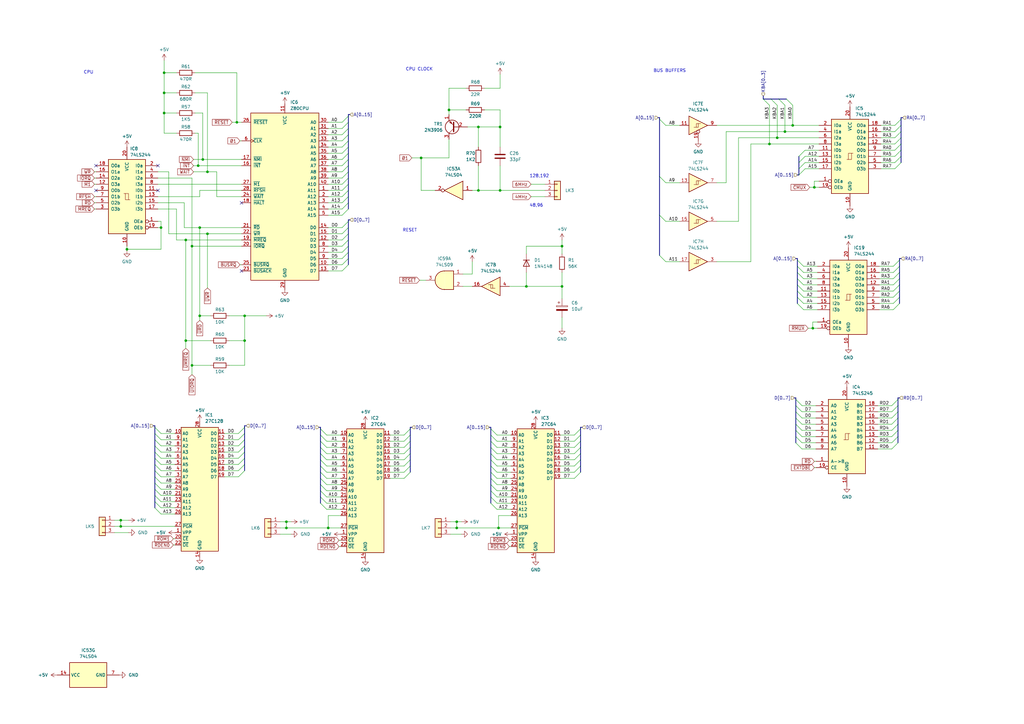
<source format=kicad_sch>
(kicad_sch (version 20230121) (generator eeschema)
  (paper "A3")
  (junction (at 97.155 50.165))
  (junction (at 187.325 216.535))
  (junction (at 230.505 117.475))
  (junction (at 230.505 100.965))
  (junction (at 85.09 70.485))
  (junction (at 184.15 45.085))
  (junction (at 83.185 65.405))
  (junction (at 85.09 95.885))
  (junction (at 187.325 213.995))
  (junction (at 318.77 56.515))
  (junction (at 66.04 93.345))
  (junction (at 78.74 100.965))
  (junction (at 321.945 53.975))
  (junction (at 215.9 117.475))
  (junction (at 100.33 129.54))
  (junction (at 205.105 52.07))
  (junction (at 315.595 59.055))
  (junction (at 172.72 64.77))
  (junction (at 67.31 46.355))
  (junction (at 196.215 52.07))
  (junction (at 333.375 134.62))
  (junction (at 204.47 216.535))
  (junction (at 100.33 139.7))
  (junction (at 81.915 129.54))
  (junction (at 76.2 98.425))
  (junction (at 325.12 51.435))
  (junction (at 78.74 149.86))
  (junction (at 334.01 76.835))
  (junction (at 81.915 93.345))
  (junction (at 52.07 102.235))
  (junction (at 81.28 67.945))
  (junction (at 76.2 139.7))
  (junction (at 49.53 213.36))
  (junction (at 205.105 78.105))
  (junction (at 67.31 29.845))
  (junction (at 117.475 216.535))
  (junction (at 196.215 78.105))
  (junction (at 117.475 213.995))
  (junction (at 67.31 38.1))
  (junction (at 49.53 215.9))
  (junction (at 134.62 216.535))
  (no_connect (at 64.77 67.945))
  (no_connect (at 64.77 78.105))
  (no_connect (at 99.06 111.125))
  (no_connect (at 39.37 67.945))
  (no_connect (at 99.06 83.185))
  (no_connect (at 39.37 78.105))
  (bus_entry (at 328.93 179.07) (size -2.54 -2.54))
  (bus_entry (at 165.735 180.975) (size 2.54 -2.54))
  (bus_entry (at 66.04 187.96) (size -2.54 -2.54))
  (bus_entry (at 66.04 203.2) (size -2.54 -2.54))
  (bus_entry (at 66.04 208.28) (size -2.54 -2.54))
  (bus_entry (at 203.835 208.915) (size -2.54 -2.54))
  (bus_entry (at 328.93 173.99) (size -2.54 -2.54))
  (bus_entry (at 140.335 52.705) (size 2.54 -2.54))
  (bus_entry (at 203.835 198.755) (size -2.54 -2.54))
  (bus_entry (at 133.985 186.055) (size -2.54 -2.54))
  (bus_entry (at 165.735 196.215) (size 2.54 -2.54))
  (bus_entry (at 329.565 119.38) (size -2.54 -2.54))
  (bus_entry (at 165.735 183.515) (size 2.54 -2.54))
  (bus_entry (at 133.985 193.675) (size -2.54 -2.54))
  (bus_entry (at 367.03 69.215) (size 2.54 -2.54))
  (bus_entry (at 329.565 116.84) (size -2.54 -2.54))
  (bus_entry (at 97.79 193.04) (size 2.54 -2.54))
  (bus_entry (at 203.835 196.215) (size -2.54 -2.54))
  (bus_entry (at 140.335 95.885) (size 2.54 -2.54))
  (bus_entry (at 330.2 69.215) (size -2.54 2.54))
  (bus_entry (at 365.76 171.45) (size 2.54 -2.54))
  (bus_entry (at 140.335 62.865) (size 2.54 -2.54))
  (bus_entry (at 329.565 124.46) (size -2.54 -2.54))
  (bus_entry (at 203.835 188.595) (size -2.54 -2.54))
  (bus_entry (at 133.985 206.375) (size -2.54 -2.54))
  (bus_entry (at 316.23 40.64) (size 2.54 2.54))
  (bus_entry (at 273.05 107.315) (size -2.54 -2.54))
  (bus_entry (at 140.335 70.485) (size 2.54 -2.54))
  (bus_entry (at 329.565 109.22) (size -2.54 -2.54))
  (bus_entry (at 203.835 180.975) (size -2.54 -2.54))
  (bus_entry (at 367.03 56.515) (size 2.54 -2.54))
  (bus_entry (at 165.735 191.135) (size 2.54 -2.54))
  (bus_entry (at 367.03 61.595) (size 2.54 -2.54))
  (bus_entry (at 367.03 59.055) (size 2.54 -2.54))
  (bus_entry (at 203.835 183.515) (size -2.54 -2.54))
  (bus_entry (at 66.04 195.58) (size -2.54 -2.54))
  (bus_entry (at 367.03 53.975) (size 2.54 -2.54))
  (bus_entry (at 66.04 190.5) (size -2.54 -2.54))
  (bus_entry (at 313.055 40.64) (size 2.54 2.54))
  (bus_entry (at 140.335 73.025) (size 2.54 -2.54))
  (bus_entry (at 203.835 206.375) (size -2.54 -2.54))
  (bus_entry (at 140.335 103.505) (size 2.54 -2.54))
  (bus_entry (at 66.04 177.8) (size -2.54 -2.54))
  (bus_entry (at 140.335 67.945) (size 2.54 -2.54))
  (bus_entry (at 66.04 193.04) (size -2.54 -2.54))
  (bus_entry (at 133.985 201.295) (size -2.54 -2.54))
  (bus_entry (at 366.395 114.3) (size 2.54 -2.54))
  (bus_entry (at 140.335 106.045) (size 2.54 -2.54))
  (bus_entry (at 365.76 181.61) (size 2.54 -2.54))
  (bus_entry (at 329.565 114.3) (size -2.54 -2.54))
  (bus_entry (at 203.835 178.435) (size -2.54 -2.54))
  (bus_entry (at 328.93 184.15) (size -2.54 -2.54))
  (bus_entry (at 203.835 186.055) (size -2.54 -2.54))
  (bus_entry (at 366.395 121.92) (size 2.54 -2.54))
  (bus_entry (at 322.58 40.64) (size 2.54 2.54))
  (bus_entry (at 140.335 88.265) (size 2.54 -2.54))
  (bus_entry (at 133.985 183.515) (size -2.54 -2.54))
  (bus_entry (at 133.985 180.975) (size -2.54 -2.54))
  (bus_entry (at 66.04 200.66) (size -2.54 -2.54))
  (bus_entry (at 367.03 51.435) (size 2.54 -2.54))
  (bus_entry (at 97.79 187.96) (size 2.54 -2.54))
  (bus_entry (at 140.335 75.565) (size 2.54 -2.54))
  (bus_entry (at 140.335 78.105) (size 2.54 -2.54))
  (bus_entry (at 97.79 195.58) (size 2.54 -2.54))
  (bus_entry (at 97.79 190.5) (size 2.54 -2.54))
  (bus_entry (at 140.335 100.965) (size 2.54 -2.54))
  (bus_entry (at 133.985 188.595) (size -2.54 -2.54))
  (bus_entry (at 366.395 119.38) (size 2.54 -2.54))
  (bus_entry (at 273.05 51.435) (size -2.54 -2.54))
  (bus_entry (at 235.585 186.055) (size 2.54 -2.54))
  (bus_entry (at 140.335 55.245) (size 2.54 -2.54))
  (bus_entry (at 366.395 127) (size 2.54 -2.54))
  (bus_entry (at 66.04 205.74) (size -2.54 -2.54))
  (bus_entry (at 165.735 188.595) (size 2.54 -2.54))
  (bus_entry (at 66.04 182.88) (size -2.54 -2.54))
  (bus_entry (at 330.2 66.675) (size -2.54 2.54))
  (bus_entry (at 328.93 176.53) (size -2.54 -2.54))
  (bus_entry (at 328.93 166.37) (size -2.54 -2.54))
  (bus_entry (at 140.335 83.185) (size 2.54 -2.54))
  (bus_entry (at 97.79 180.34) (size 2.54 -2.54))
  (bus_entry (at 365.76 166.37) (size 2.54 -2.54))
  (bus_entry (at 203.835 191.135) (size -2.54 -2.54))
  (bus_entry (at 235.585 196.215) (size 2.54 -2.54))
  (bus_entry (at 133.985 191.135) (size -2.54 -2.54))
  (bus_entry (at 140.335 108.585) (size 2.54 -2.54))
  (bus_entry (at 235.585 188.595) (size 2.54 -2.54))
  (bus_entry (at 366.395 111.76) (size 2.54 -2.54))
  (bus_entry (at 140.335 60.325) (size 2.54 -2.54))
  (bus_entry (at 366.395 109.22) (size 2.54 -2.54))
  (bus_entry (at 66.04 198.12) (size -2.54 -2.54))
  (bus_entry (at 140.335 85.725) (size 2.54 -2.54))
  (bus_entry (at 365.76 179.07) (size 2.54 -2.54))
  (bus_entry (at 329.565 121.92) (size -2.54 -2.54))
  (bus_entry (at 133.985 198.755) (size -2.54 -2.54))
  (bus_entry (at 273.05 90.805) (size -2.54 -2.54))
  (bus_entry (at 235.585 178.435) (size 2.54 -2.54))
  (bus_entry (at 366.395 116.84) (size 2.54 -2.54))
  (bus_entry (at 365.76 176.53) (size 2.54 -2.54))
  (bus_entry (at 203.835 203.835) (size -2.54 -2.54))
  (bus_entry (at 165.735 186.055) (size 2.54 -2.54))
  (bus_entry (at 140.335 98.425) (size 2.54 -2.54))
  (bus_entry (at 328.93 168.91) (size -2.54 -2.54))
  (bus_entry (at 203.835 201.295) (size -2.54 -2.54))
  (bus_entry (at 97.79 177.8) (size 2.54 -2.54))
  (bus_entry (at 140.335 93.345) (size 2.54 -2.54))
  (bus_entry (at 165.735 178.435) (size 2.54 -2.54))
  (bus_entry (at 235.585 183.515) (size 2.54 -2.54))
  (bus_entry (at 66.04 210.82) (size -2.54 -2.54))
  (bus_entry (at 330.2 64.135) (size -2.54 2.54))
  (bus_entry (at 319.405 40.64) (size 2.54 2.54))
  (bus_entry (at 235.585 193.675) (size 2.54 -2.54))
  (bus_entry (at 133.985 178.435) (size -2.54 -2.54))
  (bus_entry (at 367.03 66.675) (size 2.54 -2.54))
  (bus_entry (at 140.335 57.785) (size 2.54 -2.54))
  (bus_entry (at 365.76 168.91) (size 2.54 -2.54))
  (bus_entry (at 367.03 64.135) (size 2.54 -2.54))
  (bus_entry (at 66.04 185.42) (size -2.54 -2.54))
  (bus_entry (at 235.585 180.975) (size 2.54 -2.54))
  (bus_entry (at 140.335 111.125) (size 2.54 -2.54))
  (bus_entry (at 329.565 127) (size -2.54 -2.54))
  (bus_entry (at 273.05 74.93) (size -2.54 -2.54))
  (bus_entry (at 165.735 193.675) (size 2.54 -2.54))
  (bus_entry (at 203.835 193.675) (size -2.54 -2.54))
  (bus_entry (at 140.335 65.405) (size 2.54 -2.54))
  (bus_entry (at 365.76 173.99) (size 2.54 -2.54))
  (bus_entry (at 140.335 80.645) (size 2.54 -2.54))
  (bus_entry (at 133.985 208.915) (size -2.54 -2.54))
  (bus_entry (at 365.76 184.15) (size 2.54 -2.54))
  (bus_entry (at 366.395 124.46) (size 2.54 -2.54))
  (bus_entry (at 329.565 111.76) (size -2.54 -2.54))
  (bus_entry (at 66.04 180.34) (size -2.54 -2.54))
  (bus_entry (at 133.985 196.215) (size -2.54 -2.54))
  (bus_entry (at 328.93 171.45) (size -2.54 -2.54))
  (bus_entry (at 97.79 182.88) (size 2.54 -2.54))
  (bus_entry (at 330.2 61.595) (size -2.54 2.54))
  (bus_entry (at 140.335 50.165) (size 2.54 -2.54))
  (bus_entry (at 97.79 185.42) (size 2.54 -2.54))
  (bus_entry (at 328.93 181.61) (size -2.54 -2.54))
  (bus_entry (at 133.985 203.835) (size -2.54 -2.54))
  (bus_entry (at 235.585 191.135) (size 2.54 -2.54))
  (bus (pts (xy 131.445 198.755) (xy 131.445 201.295)))
  (wire (pts (xy 160.02 188.595) (xy 165.735 188.595)))
  (wire (pts (xy 335.28 127) (xy 329.565 127)))
  (wire (pts (xy 360.68 124.46) (xy 366.395 124.46)))
  (wire (pts (xy 335.28 109.22) (xy 329.565 109.22)))
  (wire (pts (xy 78.74 100.965) (xy 78.74 149.86)))
  (wire (pts (xy 360.045 171.45) (xy 365.76 171.45)))
  (bus (pts (xy 369.57 61.595) (xy 369.57 64.135)))
  (bus (pts (xy 368.3 168.91) (xy 368.3 171.45)))
  (bus (pts (xy 313.055 39.37) (xy 313.055 40.64)))
  (bus (pts (xy 168.275 175.895) (xy 168.275 178.435)))
  (wire (pts (xy 134.62 100.965) (xy 140.335 100.965)))
  (bus (pts (xy 142.875 90.17) (xy 142.875 90.805)))
  (wire (pts (xy 52.705 213.36) (xy 49.53 213.36)))
  (wire (pts (xy 92.075 177.8) (xy 97.79 177.8)))
  (bus (pts (xy 326.39 176.53) (xy 326.39 179.07)))
  (wire (pts (xy 134.62 73.025) (xy 140.335 73.025)))
  (wire (pts (xy 230.505 117.475) (xy 215.9 117.475)))
  (wire (pts (xy 139.7 211.455) (xy 134.62 211.455)))
  (wire (pts (xy 360.045 168.91) (xy 365.76 168.91)))
  (bus (pts (xy 327.66 69.215) (xy 327.66 66.675)))
  (wire (pts (xy 119.38 219.075) (xy 114.935 219.075)))
  (bus (pts (xy 327.66 71.755) (xy 327.66 69.215)))
  (wire (pts (xy 361.315 69.215) (xy 367.03 69.215)))
  (wire (pts (xy 334.01 191.77) (xy 334.645 191.77)))
  (wire (pts (xy 178.435 78.105) (xy 172.72 78.105)))
  (bus (pts (xy 131.445 191.135) (xy 131.445 193.675)))
  (wire (pts (xy 109.22 129.54) (xy 100.33 129.54)))
  (wire (pts (xy 172.72 78.105) (xy 172.72 64.77)))
  (wire (pts (xy 93.98 139.7) (xy 100.33 139.7)))
  (bus (pts (xy 270.51 88.265) (xy 270.51 104.775)))
  (wire (pts (xy 64.77 93.345) (xy 66.04 93.345)))
  (wire (pts (xy 134.62 88.265) (xy 140.335 88.265)))
  (wire (pts (xy 198.755 45.085) (xy 205.105 45.085)))
  (wire (pts (xy 230.505 100.965) (xy 230.505 104.14)))
  (wire (pts (xy 134.62 111.125) (xy 140.335 111.125)))
  (wire (pts (xy 229.87 188.595) (xy 235.585 188.595)))
  (wire (pts (xy 100.33 139.7) (xy 100.33 129.54)))
  (bus (pts (xy 63.5 205.74) (xy 63.5 208.28)))
  (bus (pts (xy 368.3 171.45) (xy 368.3 173.99)))
  (wire (pts (xy 209.55 183.515) (xy 203.835 183.515)))
  (wire (pts (xy 229.87 196.215) (xy 235.585 196.215)))
  (wire (pts (xy 315.595 59.055) (xy 335.915 59.055)))
  (wire (pts (xy 334.01 189.23) (xy 334.645 189.23)))
  (bus (pts (xy 327.025 116.84) (xy 327.025 119.38)))
  (bus (pts (xy 142.875 100.965) (xy 142.875 103.505)))
  (bus (pts (xy 142.875 103.505) (xy 142.875 106.045)))
  (wire (pts (xy 230.505 122.555) (xy 230.505 117.475)))
  (wire (pts (xy 67.31 29.845) (xy 72.39 29.845)))
  (wire (pts (xy 184.15 45.085) (xy 191.135 45.085)))
  (wire (pts (xy 81.915 80.645) (xy 64.77 80.645)))
  (wire (pts (xy 334.645 176.53) (xy 328.93 176.53)))
  (bus (pts (xy 63.5 203.2) (xy 63.5 205.74)))
  (bus (pts (xy 142.875 65.405) (xy 142.875 67.945)))
  (wire (pts (xy 92.075 187.96) (xy 97.79 187.96)))
  (bus (pts (xy 369.57 53.975) (xy 369.57 56.515)))
  (bus (pts (xy 270.51 48.26) (xy 270.51 48.895)))
  (bus (pts (xy 201.295 183.515) (xy 201.295 186.055)))
  (bus (pts (xy 142.875 70.485) (xy 142.875 73.025)))
  (bus (pts (xy 63.5 193.04) (xy 63.5 195.58)))
  (wire (pts (xy 229.87 180.975) (xy 235.585 180.975)))
  (wire (pts (xy 139.7 180.975) (xy 133.985 180.975)))
  (bus (pts (xy 326.39 168.91) (xy 326.39 171.45)))
  (wire (pts (xy 361.315 61.595) (xy 367.03 61.595)))
  (bus (pts (xy 142.875 67.945) (xy 142.875 70.485)))
  (wire (pts (xy 209.55 193.675) (xy 203.835 193.675)))
  (wire (pts (xy 66.04 102.235) (xy 52.07 102.235)))
  (wire (pts (xy 297.815 74.93) (xy 297.815 53.975)))
  (wire (pts (xy 134.62 106.045) (xy 140.335 106.045)))
  (wire (pts (xy 67.31 46.355) (xy 72.39 46.355)))
  (wire (pts (xy 76.2 139.7) (xy 76.2 142.875)))
  (bus (pts (xy 369.57 48.26) (xy 369.57 48.895)))
  (bus (pts (xy 238.76 175.26) (xy 238.125 175.26)))
  (wire (pts (xy 38.735 70.485) (xy 39.37 70.485)))
  (wire (pts (xy 75.565 93.345) (xy 75.565 83.185)))
  (wire (pts (xy 134.62 70.485) (xy 140.335 70.485)))
  (wire (pts (xy 230.505 134.62) (xy 230.505 130.175)))
  (wire (pts (xy 49.53 213.36) (xy 46.99 213.36)))
  (wire (pts (xy 92.075 180.34) (xy 97.79 180.34)))
  (wire (pts (xy 117.475 213.995) (xy 114.935 213.995)))
  (bus (pts (xy 100.33 174.625) (xy 100.33 175.26)))
  (wire (pts (xy 205.105 52.07) (xy 205.105 60.325)))
  (bus (pts (xy 100.33 190.5) (xy 100.33 193.04)))
  (wire (pts (xy 64.77 73.025) (xy 78.74 73.025)))
  (wire (pts (xy 139.065 221.615) (xy 139.7 221.615)))
  (bus (pts (xy 131.445 188.595) (xy 131.445 191.135)))
  (wire (pts (xy 80.01 29.845) (xy 97.155 29.845)))
  (wire (pts (xy 229.87 183.515) (xy 235.585 183.515)))
  (wire (pts (xy 134.62 98.425) (xy 140.335 98.425)))
  (wire (pts (xy 209.55 208.915) (xy 203.835 208.915)))
  (bus (pts (xy 326.39 166.37) (xy 326.39 168.91)))
  (bus (pts (xy 327.025 71.755) (xy 327.66 71.755)))
  (bus (pts (xy 368.935 106.68) (xy 368.935 109.22)))
  (bus (pts (xy 143.51 46.99) (xy 142.875 46.99)))
  (wire (pts (xy 315.595 43.18) (xy 315.595 59.055)))
  (bus (pts (xy 319.405 40.64) (xy 322.58 40.64)))
  (bus (pts (xy 131.445 193.675) (xy 131.445 196.215)))
  (bus (pts (xy 326.39 179.07) (xy 326.39 181.61)))
  (wire (pts (xy 72.39 98.425) (xy 76.2 98.425)))
  (bus (pts (xy 327.025 119.38) (xy 327.025 121.92)))
  (bus (pts (xy 131.445 196.215) (xy 131.445 198.755)))
  (wire (pts (xy 67.31 46.355) (xy 67.31 38.1)))
  (bus (pts (xy 327.025 109.22) (xy 327.025 111.76)))
  (wire (pts (xy 49.53 215.9) (xy 71.755 215.9)))
  (wire (pts (xy 139.7 178.435) (xy 133.985 178.435)))
  (wire (pts (xy 86.36 149.86) (xy 78.74 149.86)))
  (wire (pts (xy 187.325 213.995) (xy 187.325 216.535)))
  (bus (pts (xy 63.5 174.625) (xy 63.5 175.26)))
  (wire (pts (xy 335.28 114.3) (xy 329.565 114.3)))
  (wire (pts (xy 361.315 51.435) (xy 367.03 51.435)))
  (wire (pts (xy 360.045 166.37) (xy 365.76 166.37)))
  (bus (pts (xy 201.295 191.135) (xy 201.295 193.675)))
  (wire (pts (xy 38.735 85.725) (xy 39.37 85.725)))
  (bus (pts (xy 63.5 177.8) (xy 63.5 180.34)))
  (bus (pts (xy 168.275 180.975) (xy 168.275 183.515)))
  (wire (pts (xy 334.01 74.295) (xy 334.01 76.835)))
  (wire (pts (xy 209.55 186.055) (xy 203.835 186.055)))
  (wire (pts (xy 85.09 38.1) (xy 85.09 70.485)))
  (bus (pts (xy 201.295 201.295) (xy 201.295 203.835)))
  (wire (pts (xy 79.375 70.485) (xy 85.09 70.485)))
  (bus (pts (xy 142.875 46.99) (xy 142.875 47.625)))
  (wire (pts (xy 71.755 190.5) (xy 66.04 190.5)))
  (wire (pts (xy 209.55 178.435) (xy 203.835 178.435)))
  (bus (pts (xy 168.91 175.26) (xy 168.275 175.26)))
  (wire (pts (xy 333.375 132.08) (xy 333.375 134.62)))
  (bus (pts (xy 201.295 180.975) (xy 201.295 183.515)))
  (wire (pts (xy 71.755 195.58) (xy 66.04 195.58)))
  (bus (pts (xy 168.275 191.135) (xy 168.275 193.675)))
  (wire (pts (xy 189.865 112.395) (xy 193.675 112.395)))
  (wire (pts (xy 64.77 85.725) (xy 72.39 85.725)))
  (bus (pts (xy 316.23 40.64) (xy 319.405 40.64)))
  (wire (pts (xy 83.185 65.405) (xy 99.06 65.405)))
  (bus (pts (xy 131.445 203.835) (xy 131.445 206.375)))
  (wire (pts (xy 67.31 38.1) (xy 67.31 29.845)))
  (wire (pts (xy 85.09 95.885) (xy 69.215 95.885)))
  (bus (pts (xy 201.295 196.215) (xy 201.295 198.755)))
  (wire (pts (xy 64.77 75.565) (xy 99.06 75.565)))
  (bus (pts (xy 369.57 106.045) (xy 368.935 106.045)))
  (wire (pts (xy 71.755 177.8) (xy 66.04 177.8)))
  (wire (pts (xy 86.36 139.7) (xy 76.2 139.7)))
  (wire (pts (xy 139.7 208.915) (xy 133.985 208.915)))
  (wire (pts (xy 52.07 102.235) (xy 52.07 100.965)))
  (wire (pts (xy 49.53 213.36) (xy 49.53 215.9)))
  (wire (pts (xy 184.15 64.77) (xy 184.15 57.15)))
  (wire (pts (xy 360.68 114.3) (xy 366.395 114.3)))
  (bus (pts (xy 201.295 193.675) (xy 201.295 196.215)))
  (wire (pts (xy 209.55 198.755) (xy 203.835 198.755)))
  (bus (pts (xy 100.33 177.8) (xy 100.33 180.34)))
  (wire (pts (xy 79.375 67.945) (xy 81.28 67.945)))
  (wire (pts (xy 88.9 70.485) (xy 88.9 80.645)))
  (wire (pts (xy 66.04 90.805) (xy 66.04 93.345)))
  (wire (pts (xy 46.99 215.9) (xy 49.53 215.9)))
  (wire (pts (xy 85.09 70.485) (xy 88.9 70.485)))
  (bus (pts (xy 368.3 179.07) (xy 368.3 181.61)))
  (bus (pts (xy 368.3 163.195) (xy 368.3 163.83)))
  (wire (pts (xy 134.62 75.565) (xy 140.335 75.565)))
  (bus (pts (xy 142.875 73.025) (xy 142.875 75.565)))
  (wire (pts (xy 360.68 127) (xy 366.395 127)))
  (wire (pts (xy 83.185 46.355) (xy 83.185 65.405)))
  (wire (pts (xy 71.12 223.52) (xy 71.755 223.52)))
  (bus (pts (xy 142.875 78.105) (xy 142.875 80.645)))
  (wire (pts (xy 335.28 121.92) (xy 329.565 121.92)))
  (wire (pts (xy 81.28 67.945) (xy 99.06 67.945)))
  (wire (pts (xy 229.87 186.055) (xy 235.585 186.055)))
  (bus (pts (xy 326.39 106.045) (xy 327.025 106.045)))
  (wire (pts (xy 184.15 45.085) (xy 184.15 36.195)))
  (wire (pts (xy 209.55 188.595) (xy 203.835 188.595)))
  (wire (pts (xy 139.7 193.675) (xy 133.985 193.675)))
  (wire (pts (xy 92.075 190.5) (xy 97.79 190.5)))
  (bus (pts (xy 326.39 171.45) (xy 326.39 173.99)))
  (wire (pts (xy 139.7 191.135) (xy 133.985 191.135)))
  (wire (pts (xy 196.215 52.07) (xy 196.215 60.325)))
  (bus (pts (xy 130.81 175.26) (xy 131.445 175.26)))
  (wire (pts (xy 360.045 179.07) (xy 365.76 179.07)))
  (wire (pts (xy 361.315 64.135) (xy 367.03 64.135)))
  (wire (pts (xy 134.62 57.785) (xy 140.335 57.785)))
  (bus (pts (xy 168.275 186.055) (xy 168.275 188.595)))
  (bus (pts (xy 201.295 186.055) (xy 201.295 188.595)))
  (bus (pts (xy 368.935 114.3) (xy 368.935 116.84)))
  (bus (pts (xy 368.3 166.37) (xy 368.3 168.91)))
  (wire (pts (xy 97.155 29.845) (xy 97.155 50.165)))
  (wire (pts (xy 184.785 216.535) (xy 187.325 216.535)))
  (wire (pts (xy 134.62 52.705) (xy 140.335 52.705)))
  (bus (pts (xy 63.5 195.58) (xy 63.5 198.12)))
  (bus (pts (xy 238.125 175.26) (xy 238.125 175.895)))
  (wire (pts (xy 100.33 149.86) (xy 100.33 139.7)))
  (bus (pts (xy 326.39 163.83) (xy 326.39 166.37)))
  (bus (pts (xy 368.935 163.195) (xy 368.3 163.195)))
  (wire (pts (xy 134.62 67.945) (xy 140.335 67.945)))
  (wire (pts (xy 332.105 76.835) (xy 334.01 76.835)))
  (wire (pts (xy 307.975 107.315) (xy 307.975 59.055)))
  (wire (pts (xy 361.315 59.055) (xy 367.03 59.055)))
  (bus (pts (xy 201.295 175.895) (xy 201.295 178.435)))
  (wire (pts (xy 229.87 193.675) (xy 235.585 193.675)))
  (wire (pts (xy 71.755 198.12) (xy 66.04 198.12)))
  (bus (pts (xy 368.935 116.84) (xy 368.935 119.38)))
  (wire (pts (xy 334.645 173.99) (xy 328.93 173.99)))
  (wire (pts (xy 93.98 149.86) (xy 100.33 149.86)))
  (wire (pts (xy 64.77 90.805) (xy 66.04 90.805)))
  (wire (pts (xy 92.075 185.42) (xy 97.79 185.42)))
  (wire (pts (xy 92.075 182.88) (xy 97.79 182.88)))
  (wire (pts (xy 81.915 78.105) (xy 81.915 80.645)))
  (wire (pts (xy 196.215 52.07) (xy 205.105 52.07)))
  (bus (pts (xy 143.51 90.17) (xy 142.875 90.17)))
  (wire (pts (xy 160.02 183.515) (xy 165.735 183.515)))
  (wire (pts (xy 361.315 56.515) (xy 367.03 56.515)))
  (wire (pts (xy 160.02 191.135) (xy 165.735 191.135)))
  (wire (pts (xy 294.005 51.435) (xy 325.12 51.435)))
  (wire (pts (xy 334.645 171.45) (xy 328.93 171.45)))
  (wire (pts (xy 66.04 93.345) (xy 66.04 102.235)))
  (bus (pts (xy 168.275 188.595) (xy 168.275 191.135)))
  (wire (pts (xy 193.675 78.105) (xy 196.215 78.105)))
  (wire (pts (xy 134.62 78.105) (xy 140.335 78.105)))
  (wire (pts (xy 97.155 50.165) (xy 99.06 50.165)))
  (wire (pts (xy 69.215 95.885) (xy 69.215 70.485)))
  (wire (pts (xy 209.55 206.375) (xy 203.835 206.375)))
  (bus (pts (xy 368.935 119.38) (xy 368.935 121.92)))
  (wire (pts (xy 229.87 178.435) (xy 235.585 178.435)))
  (wire (pts (xy 205.105 78.105) (xy 205.105 67.945)))
  (bus (pts (xy 131.445 186.055) (xy 131.445 188.595)))
  (wire (pts (xy 134.62 60.325) (xy 140.335 60.325)))
  (wire (pts (xy 134.62 80.645) (xy 140.335 80.645)))
  (wire (pts (xy 172.72 64.77) (xy 184.15 64.77)))
  (wire (pts (xy 80.01 54.61) (xy 81.28 54.61)))
  (wire (pts (xy 80.01 38.1) (xy 85.09 38.1)))
  (wire (pts (xy 334.645 179.07) (xy 328.93 179.07)))
  (bus (pts (xy 142.875 106.045) (xy 142.875 108.585)))
  (bus (pts (xy 200.66 175.26) (xy 201.295 175.26)))
  (wire (pts (xy 360.045 176.53) (xy 365.76 176.53)))
  (bus (pts (xy 142.875 57.785) (xy 142.875 60.325)))
  (wire (pts (xy 134.62 50.165) (xy 140.335 50.165)))
  (wire (pts (xy 139.7 186.055) (xy 133.985 186.055)))
  (bus (pts (xy 63.5 200.66) (xy 63.5 203.2)))
  (wire (pts (xy 139.7 183.515) (xy 133.985 183.515)))
  (wire (pts (xy 335.915 64.135) (xy 330.2 64.135)))
  (bus (pts (xy 238.125 178.435) (xy 238.125 180.975)))
  (wire (pts (xy 209.55 201.295) (xy 203.835 201.295)))
  (wire (pts (xy 360.68 111.76) (xy 366.395 111.76)))
  (wire (pts (xy 334.01 76.835) (xy 335.915 76.835)))
  (wire (pts (xy 81.915 93.345) (xy 75.565 93.345)))
  (bus (pts (xy 142.875 83.185) (xy 142.875 85.725)))
  (wire (pts (xy 205.105 78.105) (xy 223.52 78.105)))
  (wire (pts (xy 75.565 83.185) (xy 64.77 83.185)))
  (wire (pts (xy 230.505 111.76) (xy 230.505 117.475)))
  (wire (pts (xy 160.02 186.055) (xy 165.735 186.055)))
  (bus (pts (xy 370.205 48.26) (xy 369.57 48.26)))
  (wire (pts (xy 134.62 211.455) (xy 134.62 216.535)))
  (wire (pts (xy 71.755 187.96) (xy 66.04 187.96)))
  (wire (pts (xy 184.15 46.99) (xy 184.15 45.085)))
  (bus (pts (xy 327.66 66.675) (xy 327.66 64.135)))
  (wire (pts (xy 325.12 51.435) (xy 335.915 51.435)))
  (bus (pts (xy 63.5 175.26) (xy 63.5 177.8)))
  (bus (pts (xy 369.57 64.135) (xy 369.57 66.675)))
  (bus (pts (xy 327.025 114.3) (xy 327.025 116.84)))
  (bus (pts (xy 368.935 106.045) (xy 368.935 106.68)))
  (wire (pts (xy 52.705 218.44) (xy 46.99 218.44)))
  (bus (pts (xy 142.875 62.865) (xy 142.875 65.405)))
  (bus (pts (xy 327.025 106.68) (xy 327.025 109.22)))
  (wire (pts (xy 229.87 191.135) (xy 235.585 191.135)))
  (wire (pts (xy 321.945 53.975) (xy 335.915 53.975)))
  (wire (pts (xy 217.805 75.565) (xy 223.52 75.565)))
  (wire (pts (xy 360.68 119.38) (xy 366.395 119.38)))
  (bus (pts (xy 100.33 175.26) (xy 100.33 177.8)))
  (wire (pts (xy 205.105 45.085) (xy 205.105 52.07)))
  (wire (pts (xy 318.77 43.18) (xy 318.77 56.515)))
  (bus (pts (xy 63.5 187.96) (xy 63.5 190.5)))
  (bus (pts (xy 142.875 52.705) (xy 142.875 55.245)))
  (wire (pts (xy 71.755 182.88) (xy 66.04 182.88)))
  (bus (pts (xy 369.57 56.515) (xy 369.57 59.055)))
  (wire (pts (xy 134.62 62.865) (xy 140.335 62.865)))
  (bus (pts (xy 368.3 176.53) (xy 368.3 179.07)))
  (wire (pts (xy 189.865 117.475) (xy 193.675 117.475)))
  (wire (pts (xy 72.39 85.725) (xy 72.39 98.425)))
  (bus (pts (xy 131.445 175.26) (xy 131.445 175.895)))
  (wire (pts (xy 196.215 78.105) (xy 205.105 78.105)))
  (wire (pts (xy 134.62 216.535) (xy 139.7 216.535)))
  (wire (pts (xy 71.755 200.66) (xy 66.04 200.66)))
  (wire (pts (xy 205.105 30.48) (xy 205.105 36.195)))
  (bus (pts (xy 168.275 175.26) (xy 168.275 175.895)))
  (wire (pts (xy 72.39 54.61) (xy 67.31 54.61)))
  (bus (pts (xy 269.875 48.26) (xy 270.51 48.26)))
  (wire (pts (xy 307.975 59.055) (xy 315.595 59.055)))
  (wire (pts (xy 208.915 221.615) (xy 209.55 221.615)))
  (wire (pts (xy 71.755 203.2) (xy 66.04 203.2)))
  (wire (pts (xy 160.02 196.215) (xy 165.735 196.215)))
  (wire (pts (xy 360.68 121.92) (xy 366.395 121.92)))
  (bus (pts (xy 168.275 183.515) (xy 168.275 186.055)))
  (wire (pts (xy 160.02 178.435) (xy 165.735 178.435)))
  (wire (pts (xy 80.01 46.355) (xy 83.185 46.355)))
  (wire (pts (xy 134.62 95.885) (xy 140.335 95.885)))
  (bus (pts (xy 369.57 51.435) (xy 369.57 53.975)))
  (bus (pts (xy 100.33 187.96) (xy 100.33 190.5)))
  (wire (pts (xy 187.325 213.995) (xy 184.785 213.995)))
  (wire (pts (xy 71.755 208.28) (xy 66.04 208.28)))
  (wire (pts (xy 69.215 70.485) (xy 64.77 70.485)))
  (bus (pts (xy 270.51 72.39) (xy 270.51 88.265)))
  (wire (pts (xy 38.735 80.645) (xy 39.37 80.645)))
  (wire (pts (xy 360.045 173.99) (xy 365.76 173.99)))
  (wire (pts (xy 230.505 100.965) (xy 215.9 100.965)))
  (wire (pts (xy 119.38 213.995) (xy 117.475 213.995)))
  (bus (pts (xy 326.39 173.99) (xy 326.39 176.53)))
  (bus (pts (xy 201.295 188.595) (xy 201.295 191.135)))
  (wire (pts (xy 321.945 43.18) (xy 321.945 53.975)))
  (bus (pts (xy 201.295 175.26) (xy 201.295 175.895)))
  (bus (pts (xy 142.875 75.565) (xy 142.875 78.105)))
  (wire (pts (xy 196.215 67.945) (xy 196.215 78.105)))
  (bus (pts (xy 100.965 174.625) (xy 100.33 174.625)))
  (bus (pts (xy 63.5 190.5) (xy 63.5 193.04)))
  (wire (pts (xy 187.325 216.535) (xy 204.47 216.535)))
  (wire (pts (xy 81.28 54.61) (xy 81.28 67.945)))
  (bus (pts (xy 100.33 185.42) (xy 100.33 187.96)))
  (wire (pts (xy 67.31 38.1) (xy 72.39 38.1)))
  (wire (pts (xy 230.505 98.425) (xy 230.505 100.965)))
  (wire (pts (xy 67.31 54.61) (xy 67.31 46.355)))
  (bus (pts (xy 142.875 50.165) (xy 142.875 52.705)))
  (wire (pts (xy 215.9 111.76) (xy 215.9 117.475)))
  (wire (pts (xy 335.915 66.675) (xy 330.2 66.675)))
  (bus (pts (xy 313.055 40.64) (xy 316.23 40.64)))
  (wire (pts (xy 139.7 206.375) (xy 133.985 206.375)))
  (wire (pts (xy 168.91 64.77) (xy 172.72 64.77)))
  (wire (pts (xy 360.045 184.15) (xy 365.76 184.15)))
  (wire (pts (xy 38.735 83.185) (xy 39.37 83.185)))
  (wire (pts (xy 335.28 111.76) (xy 329.565 111.76)))
  (wire (pts (xy 76.2 98.425) (xy 99.06 98.425)))
  (wire (pts (xy 98.425 57.785) (xy 99.06 57.785)))
  (bus (pts (xy 201.295 178.435) (xy 201.295 180.975)))
  (wire (pts (xy 318.77 56.515) (xy 335.915 56.515)))
  (bus (pts (xy 63.5 185.42) (xy 63.5 187.96)))
  (wire (pts (xy 302.895 90.805) (xy 302.895 56.515)))
  (bus (pts (xy 131.445 180.975) (xy 131.445 183.515)))
  (wire (pts (xy 294.005 107.315) (xy 307.975 107.315)))
  (bus (pts (xy 63.5 198.12) (xy 63.5 200.66)))
  (wire (pts (xy 193.675 112.395) (xy 193.675 107.315)))
  (wire (pts (xy 134.62 103.505) (xy 140.335 103.505)))
  (wire (pts (xy 78.74 149.86) (xy 78.74 153.67)))
  (wire (pts (xy 81.915 129.54) (xy 81.915 131.445)))
  (bus (pts (xy 238.125 175.895) (xy 238.125 178.435)))
  (bus (pts (xy 326.39 163.195) (xy 326.39 163.83)))
  (wire (pts (xy 98.425 108.585) (xy 99.06 108.585)))
  (bus (pts (xy 142.875 60.325) (xy 142.875 62.865)))
  (wire (pts (xy 360.045 181.61) (xy 365.76 181.61)))
  (wire (pts (xy 38.735 75.565) (xy 39.37 75.565)))
  (wire (pts (xy 335.28 124.46) (xy 329.565 124.46)))
  (wire (pts (xy 335.28 116.84) (xy 329.565 116.84)))
  (wire (pts (xy 67.31 29.845) (xy 67.31 24.765)))
  (wire (pts (xy 134.62 85.725) (xy 140.335 85.725)))
  (bus (pts (xy 368.935 111.76) (xy 368.935 114.3)))
  (bus (pts (xy 368.935 121.92) (xy 368.935 124.46)))
  (bus (pts (xy 131.445 175.895) (xy 131.445 178.435)))
  (wire (pts (xy 209.55 191.135) (xy 203.835 191.135)))
  (bus (pts (xy 142.875 90.805) (xy 142.875 93.345)))
  (wire (pts (xy 81.915 93.345) (xy 81.915 129.54)))
  (bus (pts (xy 168.275 178.435) (xy 168.275 180.975)))
  (wire (pts (xy 217.805 80.645) (xy 223.52 80.645)))
  (wire (pts (xy 294.005 74.93) (xy 297.815 74.93)))
  (wire (pts (xy 205.105 36.195) (xy 198.755 36.195)))
  (wire (pts (xy 209.55 203.835) (xy 203.835 203.835)))
  (wire (pts (xy 78.74 73.025) (xy 78.74 100.965)))
  (bus (pts (xy 201.295 203.835) (xy 201.295 206.375)))
  (bus (pts (xy 327.025 106.045) (xy 327.025 106.68)))
  (wire (pts (xy 92.075 193.04) (xy 97.79 193.04)))
  (wire (pts (xy 134.62 55.245) (xy 140.335 55.245)))
  (wire (pts (xy 335.915 61.595) (xy 330.2 61.595)))
  (bus (pts (xy 327.025 121.92) (xy 327.025 124.46)))
  (wire (pts (xy 331.47 134.62) (xy 333.375 134.62)))
  (bus (pts (xy 238.125 186.055) (xy 238.125 188.595)))
  (bus (pts (xy 368.3 163.83) (xy 368.3 166.37)))
  (wire (pts (xy 215.9 117.475) (xy 208.915 117.475)))
  (wire (pts (xy 92.075 195.58) (xy 97.79 195.58)))
  (wire (pts (xy 160.02 180.975) (xy 165.735 180.975)))
  (wire (pts (xy 273.05 90.805) (xy 278.765 90.805)))
  (bus (pts (xy 270.51 48.895) (xy 270.51 72.39)))
  (wire (pts (xy 361.315 66.675) (xy 367.03 66.675)))
  (wire (pts (xy 334.645 184.15) (xy 328.93 184.15)))
  (wire (pts (xy 294.005 90.805) (xy 302.895 90.805)))
  (wire (pts (xy 278.765 107.315) (xy 273.05 107.315)))
  (wire (pts (xy 79.375 65.405) (xy 83.185 65.405)))
  (wire (pts (xy 71.755 193.04) (xy 66.04 193.04)))
  (wire (pts (xy 189.23 219.075) (xy 184.785 219.075)))
  (bus (pts (xy 238.125 180.975) (xy 238.125 183.515)))
  (wire (pts (xy 360.68 116.84) (xy 366.395 116.84)))
  (bus (pts (xy 142.875 47.625) (xy 142.875 50.165)))
  (wire (pts (xy 134.62 83.185) (xy 140.335 83.185)))
  (wire (pts (xy 297.815 53.975) (xy 321.945 53.975)))
  (wire (pts (xy 184.15 36.195) (xy 191.135 36.195)))
  (wire (pts (xy 209.55 180.975) (xy 203.835 180.975)))
  (bus (pts (xy 325.755 163.195) (xy 326.39 163.195)))
  (wire (pts (xy 71.755 205.74) (xy 66.04 205.74)))
  (bus (pts (xy 142.875 93.345) (xy 142.875 95.885)))
  (bus (pts (xy 368.935 109.22) (xy 368.935 111.76)))
  (wire (pts (xy 38.735 73.025) (xy 39.37 73.025)))
  (wire (pts (xy 172.085 114.935) (xy 174.625 114.935)))
  (wire (pts (xy 117.475 213.995) (xy 117.475 216.535)))
  (wire (pts (xy 139.7 188.595) (xy 133.985 188.595)))
  (bus (pts (xy 131.445 183.515) (xy 131.445 186.055)))
  (wire (pts (xy 71.755 210.82) (xy 66.04 210.82)))
  (wire (pts (xy 278.765 74.93) (xy 273.05 74.93)))
  (wire (pts (xy 361.315 53.975) (xy 367.03 53.975)))
  (bus (pts (xy 63.5 180.34) (xy 63.5 182.88)))
  (wire (pts (xy 139.065 224.155) (xy 139.7 224.155)))
  (wire (pts (xy 204.47 211.455) (xy 204.47 216.535)))
  (wire (pts (xy 78.74 100.965) (xy 99.06 100.965)))
  (wire (pts (xy 360.68 109.22) (xy 366.395 109.22)))
  (wire (pts (xy 139.7 203.835) (xy 133.985 203.835)))
  (wire (pts (xy 71.755 185.42) (xy 66.04 185.42)))
  (wire (pts (xy 189.23 213.995) (xy 187.325 213.995)))
  (wire (pts (xy 71.12 220.98) (xy 71.755 220.98)))
  (wire (pts (xy 333.375 134.62) (xy 335.28 134.62)))
  (bus (pts (xy 142.875 80.645) (xy 142.875 83.185)))
  (bus (pts (xy 369.57 48.895) (xy 369.57 51.435)))
  (wire (pts (xy 278.765 51.435) (xy 273.05 51.435)))
  (wire (pts (xy 114.935 216.535) (xy 117.475 216.535)))
  (wire (pts (xy 208.915 224.155) (xy 209.55 224.155)))
  (wire (pts (xy 52.07 102.87) (xy 52.07 102.235)))
  (bus (pts (xy 100.33 180.34) (xy 100.33 182.88)))
  (wire (pts (xy 139.7 198.755) (xy 133.985 198.755)))
  (bus (pts (xy 327.025 111.76) (xy 327.025 114.3)))
  (wire (pts (xy 134.62 65.405) (xy 140.335 65.405)))
  (wire (pts (xy 191.77 52.07) (xy 196.215 52.07)))
  (bus (pts (xy 63.5 182.88) (xy 63.5 185.42)))
  (bus (pts (xy 62.865 174.625) (xy 63.5 174.625)))
  (wire (pts (xy 209.55 211.455) (xy 204.47 211.455)))
  (wire (pts (xy 204.47 216.535) (xy 209.55 216.535)))
  (wire (pts (xy 99.06 80.645) (xy 88.9 80.645)))
  (wire (pts (xy 335.915 69.215) (xy 330.2 69.215)))
  (wire (pts (xy 335.28 132.08) (xy 333.375 132.08)))
  (wire (pts (xy 99.06 93.345) (xy 81.915 93.345)))
  (wire (pts (xy 335.28 119.38) (xy 329.565 119.38)))
  (wire (pts (xy 325.12 43.18) (xy 325.12 51.435)))
  (bus (pts (xy 238.125 191.135) (xy 238.125 193.675)))
  (wire (pts (xy 134.62 108.585) (xy 140.335 108.585)))
  (wire (pts (xy 139.7 196.215) (xy 133.985 196.215)))
  (wire (pts (xy 100.33 129.54) (xy 93.98 129.54)))
  (wire (pts (xy 334.645 168.91) (xy 328.93 168.91)))
  (bus (pts (xy 142.875 98.425) (xy 142.875 100.965)))
  (bus (pts (xy 131.445 178.435) (xy 131.445 180.975)))
  (wire (pts (xy 99.06 95.885) (xy 85.09 95.885)))
  (wire (pts (xy 209.55 196.215) (xy 203.835 196.215)))
  (wire (pts (xy 134.62 93.345) (xy 140.335 93.345)))
  (wire (pts (xy 81.915 129.54) (xy 86.36 129.54)))
  (bus (pts (xy 368.3 173.99) (xy 368.3 176.53)))
  (wire (pts (xy 71.755 180.34) (xy 66.04 180.34)))
  (wire (pts (xy 76.2 98.425) (xy 76.2 139.7)))
  (wire (pts (xy 99.06 78.105) (xy 81.915 78.105)))
  (bus (pts (xy 142.875 55.245) (xy 142.875 57.785)))
  (bus (pts (xy 238.125 183.515) (xy 238.125 186.055)))
  (wire (pts (xy 117.475 216.535) (xy 134.62 216.535)))
  (wire (pts (xy 335.915 74.295) (xy 334.01 74.295)))
  (wire (pts (xy 160.02 193.675) (xy 165.735 193.675)))
  (wire (pts (xy 334.645 181.61) (xy 328.93 181.61)))
  (wire (pts (xy 215.9 100.965) (xy 215.9 104.14)))
  (wire (pts (xy 302.895 56.515) (xy 318.77 56.515)))
  (bus (pts (xy 100.33 182.88) (xy 100.33 185.42)))
  (wire (pts (xy 85.09 95.885) (xy 85.09 118.11)))
  (bus (pts (xy 238.125 188.595) (xy 238.125 191.135)))
  (wire (pts (xy 334.645 166.37) (xy 328.93 166.37)))
  (bus (pts (xy 142.875 95.885) (xy 142.875 98.425)))
  (bus (pts (xy 369.57 59.055) (xy 369.57 61.595)))
  (wire (pts (xy 139.7 201.295) (xy 133.985 201.295)))
  (bus (pts (xy 201.295 198.755) (xy 201.295 201.295)))
  (bus (pts (xy 131.445 201.295) (xy 131.445 203.835)))
  (wire (pts (xy 95.25 50.165) (xy 97.155 50.165)))
  (text "128,192" (at 217.17 73.025 0) (effects (font (size 1.27 1.27)) (justify left bottom)))
  (text "RESET" (at 165.1 95.25 0) (effects (font (size 1.27 1.27)) (justify left bottom)))
  (text "CPU" (at 34.29 30.48 0) (effects (font (size 1.27 1.27)) (justify left bottom)))
  (text "BUS BUFFERS" (at 267.97 29.845 0) (effects (font (size 1.27 1.27)) (justify left bottom)))
  (text "48,96" (at 217.17 85.09 0) (effects (font (size 1.27 1.27)) (justify left bottom)))
  (text "CPU CLOCK" (at 166.37 29.21 0) (effects (font (size 1.27 1.27)) (justify left bottom)))
  (label "D7" (at 161.29 196.215 0))
  (label "A7" (at 208.28 196.215 180))
  (label "D7" (at 135.89 111.125 0))
  (label "D5" (at 93.345 190.5 0))
  (label "A2" (at 135.89 55.245 0))
  (label "A5" (at 138.43 191.135 180))
  (label "RD0" (at 360.68 171.45 0))
  (label "RA6" (at 361.95 66.675 0))
  (label "A0" (at 208.28 178.435 180))
  (label "RA0" (at 361.95 61.595 0))
  (label "RA4" (at 361.95 59.055 0))
  (label "D6" (at 93.345 193.04 0))
  (label "A2" (at 138.43 183.515 180))
  (label "A14" (at 331.47 66.675 0))
  (label "A7" (at 138.43 196.215 180))
  (label "D3" (at 135.89 100.965 0))
  (label "D7" (at 231.14 196.215 0))
  (label "A10" (at 138.43 203.835 180))
  (label "A7" (at 331.47 61.595 0))
  (label "RA6" (at 361.315 127 0))
  (label "D3" (at 332.74 179.07 180))
  (label "RD6" (at 360.68 184.15 0))
  (label "A13" (at 70.485 210.82 180))
  (label "RD1" (at 360.68 173.99 0))
  (label "A13" (at 330.835 109.22 0))
  (label "A15" (at 331.47 69.215 0))
  (label "A10" (at 135.89 75.565 0))
  (label "D6" (at 231.14 193.675 0))
  (label "A3" (at 138.43 186.055 180))
  (label "D1" (at 135.89 95.885 0))
  (label "A9" (at 274.32 74.93 0))
  (label "D6" (at 135.89 108.585 0))
  (label "RD3" (at 360.68 179.07 0))
  (label "RD2" (at 360.68 166.37 0))
  (label "D3" (at 93.345 185.42 0))
  (label "RD7" (at 360.68 168.91 0))
  (label "A12" (at 135.89 80.645 0))
  (label "A11" (at 70.485 205.74 180))
  (label "A4" (at 135.89 60.325 0))
  (label "A5" (at 70.485 190.5 180))
  (label "D1" (at 161.29 180.975 0))
  (label "A3" (at 70.485 185.42 180))
  (label "A11" (at 208.28 206.375 180))
  (label "D4" (at 135.89 103.505 0))
  (label "A10" (at 274.32 90.805 0))
  (label "D1" (at 332.74 173.99 180))
  (label "KBA3" (at 315.595 48.895 90))
  (label "A11" (at 138.43 206.375 180))
  (label "A11" (at 274.32 107.315 0))
  (label "A8" (at 208.28 198.755 180))
  (label "D4" (at 93.345 187.96 0))
  (label "D3" (at 231.14 186.055 0))
  (label "A2" (at 330.835 121.92 0))
  (label "D7" (at 332.74 168.91 180))
  (label "A9" (at 135.89 73.025 0))
  (label "D7" (at 93.345 195.58 0))
  (label "RA1" (at 361.315 116.84 0))
  (label "A10" (at 208.28 203.835 180))
  (label "A2" (at 208.28 183.515 180))
  (label "D2" (at 332.74 166.37 180))
  (label "RA4" (at 361.315 124.46 0))
  (label "A6" (at 138.43 193.675 180))
  (label "A1" (at 138.43 180.975 180))
  (label "A4" (at 138.43 188.595 180))
  (label "A9" (at 70.485 200.66 180))
  (label "A1" (at 70.485 180.34 180))
  (label "KBA2" (at 318.77 48.895 90))
  (label "A12" (at 331.47 64.135 0))
  (label "A12" (at 70.485 208.28 180))
  (label "D2" (at 135.89 98.425 0))
  (label "RA3" (at 361.95 56.515 0))
  (label "D0" (at 135.89 93.345 0))
  (label "A3" (at 135.89 57.785 0))
  (label "A7" (at 70.485 195.58 180))
  (label "RA7" (at 361.95 69.215 0))
  (label "RA0" (at 361.315 119.38 0))
  (label "A12" (at 138.43 208.915 180))
  (label "D0" (at 332.74 171.45 180))
  (label "D5" (at 161.29 191.135 0))
  (label "D0" (at 161.29 178.435 0))
  (label "A5" (at 330.835 111.76 0))
  (label "A1" (at 135.89 52.705 0))
  (label "D5" (at 231.14 191.135 0))
  (label "RD4" (at 360.68 176.53 0))
  (label "A14" (at 135.89 85.725 0))
  (label "D5" (at 135.89 106.045 0))
  (label "D4" (at 332.74 176.53 180))
  (label "A15" (at 135.89 88.265 0))
  (label "KBA1" (at 321.945 48.895 90))
  (label "A0" (at 330.835 119.38 0))
  (label "A1" (at 330.835 116.84 0))
  (label "RA3" (at 361.315 114.3 0))
  (label "A6" (at 135.89 65.405 0))
  (label "A0" (at 138.43 178.435 180))
  (label "RA2" (at 361.95 53.975 0))
  (label "A13" (at 135.89 83.185 0))
  (label "A9" (at 208.28 201.295 180))
  (label "A9" (at 138.43 201.295 180))
  (label "RA5" (at 361.95 64.135 0))
  (label "A0" (at 135.89 50.165 0))
  (label "A8" (at 274.32 51.435 0))
  (label "A11" (at 135.89 78.105 0))
  (label "RA2" (at 361.315 121.92 0))
  (label "D3" (at 161.29 186.055 0))
  (label "D2" (at 231.14 183.515 0))
  (label "A3" (at 208.28 186.055 180))
  (label "A1" (at 208.28 180.975 180))
  (label "D4" (at 161.29 188.595 0))
  (label "A7" (at 135.89 67.945 0))
  (label "A8" (at 70.485 198.12 180))
  (label "A5" (at 135.89 62.865 0))
  (label "RD5" (at 360.68 181.61 0))
  (label "D2" (at 93.345 182.88 0))
  (label "D2" (at 161.29 183.515 0))
  (label "A4" (at 208.28 188.595 180))
  (label "RA1" (at 361.95 51.435 0))
  (label "D1" (at 231.14 180.975 0))
  (label "A3" (at 330.835 114.3 0))
  (label "A8" (at 138.43 198.755 180))
  (label "D6" (at 332.74 184.15 180))
  (label "D1" (at 93.345 180.34 0))
  (label "RA5" (at 361.315 111.76 0))
  (label "D6" (at 161.29 193.675 0))
  (label "A6" (at 208.28 193.675 180))
  (label "D0" (at 93.345 177.8 0))
  (label "A12" (at 208.28 208.915 180))
  (label "A10" (at 70.485 203.2 180))
  (label "A6" (at 70.485 193.04 180))
  (label "RA7" (at 361.315 109.22 0))
  (label "D5" (at 332.74 181.61 180))
  (label "A4" (at 330.835 124.46 0))
  (label "A4" (at 70.485 187.96 180))
  (label "D0" (at 231.14 178.435 0))
  (label "A8" (at 135.89 70.485 0))
  (label "A2" (at 70.485 182.88 180))
  (label "A5" (at 208.28 191.135 180))
  (label "A6" (at 330.835 127 0))
  (label "D4" (at 231.14 188.595 0))
  (label "A0" (at 70.485 177.8 180))
  (label "KBA0" (at 325.12 48.895 90))
  (global_label "~{RDEN0}" (shape input) (at 208.915 224.155 180) (property "Intersheetrefs" "${INTERSHEET_REFS}" (effects hide)))
  (global_label "Ø1" (shape input) (at 98.425 57.785 180) (property "Intersheetrefs" "${INTERSHEET_REFS}" (effects hide)))
  (global_label "~{BUSRQ}" (shape input) (at 98.425 108.585 180) (property "Intersheetrefs" "${INTERSHEET_REFS}" (effects hide)))
  (global_label "~{RDEN0}" (shape input) (at 71.12 223.52 180) (property "Intersheetrefs" "${INTERSHEET_REFS}" (effects hide)))
  (global_label "~{UIORQ}" (shape input) (at 78.74 153.67 270) (property "Intersheetrefs" "${INTERSHEET_REFS}" (effects hide)))
  (global_label "~{NMI}" (shape input) (at 79.375 65.405 180) (property "Intersheetrefs" "${INTERSHEET_REFS}" (effects hide)))
  (global_label "~{RDEN0}" (shape input) (at 139.065 224.155 180) (property "Intersheetrefs" "${INTERSHEET_REFS}" (effects hide)))
  (global_label "~{RD}" (shape input) (at 38.735 83.185 180) (property "Intersheetrefs" "${INTERSHEET_REFS}" (effects hide)))
  (global_label "~{URD}" (shape input) (at 81.915 131.445 270) (property "Intersheetrefs" "${INTERSHEET_REFS}" (effects hide)))
  (global_label "6MHz" (shape input) (at 217.805 75.565 180) (property "Intersheetrefs" "${INTERSHEET_REFS}" (effects hide)))
  (global_label "4MHz" (shape input) (at 217.805 80.645 180) (property "Intersheetrefs" "${INTERSHEET_REFS}" (effects hide)))
  (global_label "~{ROM2}" (shape input) (at 139.065 221.615 180) (property "Intersheetrefs" "${INTERSHEET_REFS}" (effects hide)))
  (global_label "~{RESET}" (shape input) (at 95.25 50.165 180) (property "Intersheetrefs" "${INTERSHEET_REFS}" (effects hide)))
  (global_label "~{RFSH}" (shape input) (at 38.735 80.645 180) (property "Intersheetrefs" "${INTERSHEET_REFS}" (effects hide)))
  (global_label "~{RESET}" (shape input) (at 172.085 114.935 180) (property "Intersheetrefs" "${INTERSHEET_REFS}" (effects hide)))
  (global_label "~{ROM1}" (shape input) (at 71.12 220.98 180) (property "Intersheetrefs" "${INTERSHEET_REFS}" (effects hide)))
  (global_label "~{UMREQ}" (shape input) (at 76.2 142.875 270) (property "Intersheetrefs" "${INTERSHEET_REFS}" (effects hide)))
  (global_label "~{WR}" (shape input) (at 38.735 70.485 180) (property "Intersheetrefs" "${INTERSHEET_REFS}" (effects hide)))
  (global_label "Ø1" (shape input) (at 168.91 64.77 180) (property "Intersheetrefs" "${INTERSHEET_REFS}" (effects hide)))
  (global_label "~{WAIT}" (shape input) (at 79.375 70.485 180) (property "Intersheetrefs" "${INTERSHEET_REFS}" (effects hide)))
  (global_label "~{RD}" (shape input) (at 334.01 189.23 180) (property "Intersheetrefs" "${INTERSHEET_REFS}" (effects hide)))
  (global_label "~{M1}" (shape input) (at 38.735 75.565 180) (property "Intersheetrefs" "${INTERSHEET_REFS}" (effects hide)))
  (global_label "~{MREQ}" (shape input) (at 38.735 85.725 180) (property "Intersheetrefs" "${INTERSHEET_REFS}" (effects hide)))
  (global_label "~{IORQ}" (shape input) (at 38.735 73.025 180) (property "Intersheetrefs" "${INTERSHEET_REFS}" (effects hide)))
  (global_label "~{INT}" (shape input) (at 79.375 67.945 180) (property "Intersheetrefs" "${INTERSHEET_REFS}" (effects hide)))
  (global_label "~{CMUX}" (shape input) (at 332.105 76.835 180) (property "Intersheetrefs" "${INTERSHEET_REFS}" (effects hide)))
  (global_label "~{ROM3}" (shape input) (at 208.915 221.615 180) (property "Intersheetrefs" "${INTERSHEET_REFS}" (effects hide)))
  (global_label "~{EXTDBE}" (shape input) (at 334.01 191.77 180) (property "Intersheetrefs" "${INTERSHEET_REFS}" (effects hide)))
  (global_label "~{UWR}" (shape input) (at 85.09 118.11 270) (property "Intersheetrefs" "${INTERSHEET_REFS}" (effects hide)))
  (global_label "~{RMUX}" (shape input) (at 331.47 134.62 180) (property "Intersheetrefs" "${INTERSHEET_REFS}" (effects hide)))
  (hierarchical_label "A[0..15]" (shape input) (at 326.39 106.045 180))
  (hierarchical_label "A[0..15]" (shape input) (at 62.865 174.625 180))
  (hierarchical_label "KBA[0..3]" (shape input) (at 313.055 39.37 90))
  (hierarchical_label "D[0..7]" (shape input) (at 238.76 175.26 0))
  (hierarchical_label "A[0..15]" (shape input) (at 327.025 71.755 180))
  (hierarchical_label "D[0..7]" (shape input) (at 143.51 90.17 0))
  (hierarchical_label "D[0..7]" (shape input) (at 100.965 174.625 0))
  (hierarchical_label "A[0..15]" (shape input) (at 269.875 48.26 180))
  (hierarchical_label "RA[0..7]" (shape input) (at 369.57 106.045 0))
  (hierarchical_label "RD[0..7]" (shape input) (at 368.935 163.195 0))
  (hierarchical_label "A[0..15]" (shape input) (at 130.81 175.26 180))
  (hierarchical_label "D[0..7]" (shape input) (at 325.755 163.195 180))
  (hierarchical_label "A[0..15]" (shape input) (at 200.66 175.26 180))
  (hierarchical_label "RA[0..7]" (shape input) (at 370.205 48.26 0))
  (hierarchical_label "A[0..15]" (shape input) (at 143.51 46.99 0))
  (hierarchical_label "D[0..7]" (shape input) (at 168.91 175.26 0))
  (symbol (lib_id "power:+5V") (at 52.07 60.325 0) (unit 1)
    (property "Reference" "#PWR03" (effects hide))
    (property "Value" "+5V" (at 52.07 55.88 0))
  )
  (symbol (lib_id "power:+5V") (at 347.345 158.75 0) (unit 1)
    (property "Reference" "#PWR022" (effects hide))
    (property "Value" "+5V" (at 347.345 154.305 0))
  )
  (symbol (lib_id "Device:R") (at 90.17 149.86 90) (unit 1)
    (property "Reference" "R59" (at 90.17 147.32 90))
    (property "Value" "10K" (at 90.17 152.4 90))
    (property "Footprint" "LYNX:Resistor 10.16mm" (effects hide))
  )
  (symbol (lib_id "Memory_EPROM:27C128") (at 81.915 200.66 0) (unit 1)
    (property "Reference" "IC1" (at 84.1091 170.18 0) (effects (justify left)))
    (property "Value" "27C128" (at 84.1091 172.72 0) (effects (justify left)))
    (property "Footprint" "LYNX:DIP-28_W15.24mm" (effects hide))
    (property "Datasheet" "http://ww1.microchip.com/downloads/en/devicedoc/11003L.pdf" (effects hide))
  )
  (symbol (lib_id "74xx:74LS244_Split") (at 286.385 90.805 0) (unit 7)
    (property "Reference" "IC7" (at 286.385 82.55 0))
    (property "Value" "74LS244" (at 286.385 85.09 0))
    (property "Footprint" "LYNX:DIP-20_W7.62mm" (effects hide))
    (property "Datasheet" "http://www.ti.com/lit/ds/symlink/sn74ls241.pdf" (effects hide))
  )
  (symbol (lib_id "power:+5V") (at 209.55 219.075 90) (unit 1)
    (property "Reference" "#PWR030" (effects hide))
    (property "Value" "+5V" (at 205.74 219.075 90) (effects (justify left)))
  )
  (symbol (lib_id "74xx:74LS244_Split") (at 286.385 74.93 0) (unit 6)
    (property "Reference" "IC7" (at 286.385 66.675 0))
    (property "Value" "74LS244" (at 286.385 69.215 0))
    (property "Footprint" "LYNX:DIP-20_W7.62mm" (effects hide))
    (property "Datasheet" "http://www.ti.com/lit/ds/symlink/sn74ls241.pdf" (effects hide))
  )
  (symbol (lib_id "power:+5V") (at 116.84 42.545 0) (unit 1)
    (property "Reference" "#PWR01" (effects hide))
    (property "Value" "+5V" (at 116.84 38.1 0))
  )
  (symbol (lib_id "Device:R") (at 76.2 46.355 90) (unit 1)
    (property "Reference" "R57" (at 76.2 43.815 90))
    (property "Value" "1K5" (at 76.2 48.895 90))
    (property "Footprint" "LYNX:Resistor 10.16mm" (effects hide))
  )
  (symbol (lib_id "Device:R") (at 196.215 64.135 180) (unit 1)
    (property "Reference" "R70" (at 193.04 62.865 0))
    (property "Value" "1K2" (at 193.04 65.405 0))
    (property "Footprint" "LYNX:Resistor 10.16mm" (effects hide))
  )
  (symbol (lib_id "Device:C_Polarized") (at 230.505 126.365 0) (unit 1)
    (property "Reference" "C6" (at 234.315 124.206 0) (effects (justify left)))
    (property "Value" "10uF" (at 234.315 126.746 0) (effects (justify left)))
    (property "Footprint" "LYNX:Elec_5.08mm - No Box" (effects hide))
  )
  (symbol (lib_id "Connector_Generic:Conn_01x03") (at 228.6 78.105 0) (unit 1)
    (property "Reference" "LK3" (at 231.775 78.105 0) (effects (justify left)))
    (property "Value" "-" (effects hide))
    (property "Footprint" "LYNX:LK 3-Pin 2.54mm - No Box" (effects hide))
  )
  (symbol (lib_id "74xx:74LS244") (at 52.07 80.645 0) (mirror y) (unit 1)
    (property "Reference" "IC8" (at 53.34 60.96 0) (effects (justify right)))
    (property "Value" "74LS244" (at 53.34 63.5 0) (effects (justify right)))
    (property "Footprint" "LYNX:DIP-20_W7.62mm" (effects hide))
    (property "Datasheet" "http://www.ti.com/lit/ds/symlink/sn74ls244.pdf" (effects hide))
  )
  (symbol (lib_id "power:GND") (at 348.615 84.455 0) (unit 1)
    (property "Reference" "#PWR018" (effects hide))
    (property "Value" "GND" (at 348.615 88.9 0))
  )
  (symbol (lib_id "74xx:74LS04") (at 186.055 78.105 0) (mirror y) (unit 1)
    (property "Reference" "IC53" (at 186.055 69.215 0))
    (property "Value" "74LS04" (at 186.055 71.755 0))
    (property "Footprint" "LYNX:DIP-14_W7.62mm" (effects hide))
    (property "Datasheet" "http://www.ti.com/lit/gpn/sn74LS04" (effects hide))
  )
  (symbol (lib_id "power:GND") (at 149.86 229.235 0) (unit 1)
    (property "Reference" "#PWR029" (effects hide))
    (property "Value" "GND" (at 149.86 233.68 0))
  )
  (symbol (lib_id "power:+5V") (at 149.86 173.355 0) (unit 1)
    (property "Reference" "#PWR028" (effects hide))
    (property "Value" "+5V" (at 149.86 168.91 0))
  )
  (symbol (lib_id "power:+5V") (at 81.915 172.72 0) (unit 1)
    (property "Reference" "#PWR024" (effects hide))
    (property "Value" "+5V" (at 81.915 168.275 0))
  )
  (symbol (lib_id "Memory_EPROM:27C128") (at 149.86 201.295 0) (unit 1)
    (property "Reference" "IC2" (at 152.0541 171.45 0) (effects (justify left)))
    (property "Value" "27C64" (at 152.0541 173.99 0) (effects (justify left)))
    (property "Footprint" "LYNX:DIP-28_W15.24mm" (effects hide))
    (property "Datasheet" "http://ww1.microchip.com/downloads/en/devicedoc/11003L.pdf" (effects hide))
  )
  (symbol (lib_id "Device:C") (at 205.105 64.135 0) (unit 1)
    (property "Reference" "C26" (at 208.915 62.865 0) (effects (justify left)))
    (property "Value" "33pF" (at 208.915 65.405 0) (effects (justify left)))
    (property "Footprint" "LYNX:C_Disc_5.08mm - Large Box" (effects hide))
  )
  (symbol (lib_id "power:+5V") (at 52.705 213.36 270) (unit 1)
    (property "Reference" "#PWR033" (effects hide))
    (property "Value" "+5V" (at 55.88 213.36 90) (effects (justify left)))
  )
  (symbol (lib_id "Connector_Generic:Conn_01x03") (at 41.91 215.9 0) (mirror y) (unit 1)
    (property "Reference" "LK5" (at 38.735 215.9 0) (effects (justify left)))
    (property "Value" "-" (effects hide))
    (property "Footprint" "LYNX:LK 3-Pin 2.54mm - No Box" (effects hide))
  )
  (symbol (lib_id "Device:R") (at 90.17 129.54 90) (unit 1)
    (property "Reference" "R63" (at 90.17 127 90))
    (property "Value" "10K" (at 90.17 132.08 90))
    (property "Footprint" "LYNX:Resistor 10.16mm" (effects hide))
  )
  (symbol (lib_id "power:+5V") (at 219.71 173.355 0) (unit 1)
    (property "Reference" "#PWR031" (effects hide))
    (property "Value" "+5V" (at 219.71 168.91 0))
  )
  (symbol (lib_id "power:+5V") (at 139.7 219.075 90) (unit 1)
    (property "Reference" "#PWR027" (effects hide))
    (property "Value" "+5V" (at 135.89 219.075 90) (effects (justify left)))
  )
  (symbol (lib_id "Connector_Generic:Conn_01x03") (at 109.855 216.535 0) (mirror y) (unit 1)
    (property "Reference" "LK6" (at 106.68 216.535 0) (effects (justify left)))
    (property "Value" "-" (effects hide))
    (property "Footprint" "LYNX:LK 3-Pin 2.54mm - No Box" (effects hide))
  )
  (symbol (lib_id "Device:D") (at 215.9 107.95 270) (unit 1)
    (property "Reference" "D1" (at 219.075 106.68 90) (effects (justify left)))
    (property "Value" "1N4148" (at 219.075 109.22 90) (effects (justify left)))
    (property "Footprint" "LYNX:Diode 7.62mm" (effects hide))
    (property "Sim.Device" "D" (effects hide))
    (property "Sim.Pins" "1=K 2=A" (effects hide))
  )
  (symbol (lib_id "74xx:74LS04") (at 36.195 276.86 90) (mirror x) (unit 7)
    (property "Reference" "IC53" (at 36.195 266.7 90))
    (property "Value" "74LS04" (at 36.195 269.24 90))
    (property "Footprint" "LYNX:DIP-14_W7.62mm" (effects hide))
    (property "Datasheet" "http://www.ti.com/lit/gpn/sn74LS04" (effects hide))
  )
  (symbol (lib_id "power:+5V") (at 347.98 101.6 0) (unit 1)
    (property "Reference" "#PWR020" (effects hide))
    (property "Value" "+5V" (at 347.98 97.155 0))
  )
  (symbol (lib_id "74xx:74LS244_Split") (at 286.385 51.435 0) (unit 5)
    (property "Reference" "IC7" (at 286.385 42.545 0))
    (property "Value" "74LS244" (at 286.385 45.085 0))
    (property "Footprint" "LYNX:DIP-20_W7.62mm" (effects hide))
    (property "Datasheet" "http://www.ti.com/lit/ds/symlink/sn74ls241.pdf" (effects hide))
  )
  (symbol (lib_id "power:+5V") (at 230.505 98.425 0) (unit 1)
    (property "Reference" "#PWR012" (effects hide))
    (property "Value" "+5V" (at 230.505 93.98 0))
  )
  (symbol (lib_id "Device:R") (at 76.2 54.61 90) (unit 1)
    (property "Reference" "R58" (at 76.2 52.07 90))
    (property "Value" "470R" (at 76.2 57.15 90))
    (property "Footprint" "LYNX:Resistor 10.16mm" (effects hide))
  )
  (symbol (lib_id "74xx:74LS245") (at 347.345 179.07 0) (unit 1)
    (property "Reference" "IC4" (at 349.5391 158.75 0) (effects (justify left)))
    (property "Value" "74LS245" (at 349.5391 161.29 0) (effects (justify left)))
    (property "Footprint" "LYNX:DIP-20_W7.62mm" (effects hide))
    (property "Datasheet" "http://www.ti.com/lit/gpn/sn74LS245" (effects hide))
  )
  (symbol (lib_id "74xx:74LS244_Split") (at 201.295 117.475 0) (mirror y) (unit 2)
    (property "Reference" "IC7" (at 201.295 108.585 0))
    (property "Value" "74LS244" (at 201.295 111.125 0))
    (property "Footprint" "LYNX:DIP-20_W7.62mm" (effects hide))
    (property "Datasheet" "http://www.ti.com/lit/ds/symlink/sn74ls241.pdf" (effects hide))
  )
  (symbol (lib_id "power:+5V") (at 189.23 213.995 270) (unit 1)
    (property "Reference" "#PWR037" (effects hide))
    (property "Value" "+5V" (at 192.405 213.995 90) (effects (justify left)))
  )
  (symbol (lib_id "power:GND") (at 48.895 276.86 90) (unit 1)
    (property "Reference" "#PWR07" (effects hide))
    (property "Value" "GND" (at 52.705 276.86 90) (effects (justify right)))
  )
  (symbol (lib_id "74xx:74LS244_Split") (at 286.385 107.315 0) (unit 8)
    (property "Reference" "IC7" (at 286.385 99.06 0))
    (property "Value" "74LS244" (at 286.385 101.6 0))
    (property "Footprint" "LYNX:DIP-20_W7.62mm" (effects hide))
    (property "Datasheet" "http://www.ti.com/lit/ds/symlink/sn74ls241.pdf" (effects hide))
  )
  (symbol (lib_id "power:+5V") (at 67.31 24.765 0) (unit 1)
    (property "Reference" "#PWR05" (effects hide))
    (property "Value" "+5V" (at 67.31 20.32 0))
  )
  (symbol (lib_id "power:+5V") (at 23.495 276.86 90) (unit 1)
    (property "Reference" "#PWR08" (effects hide))
    (property "Value" "+5V" (at 19.685 276.86 90) (effects (justify left)))
  )
  (symbol (lib_id "Device:R") (at 194.945 45.085 90) (unit 1)
    (property "Reference" "R69" (at 194.945 42.545 90))
    (property "Value" "220R" (at 194.945 47.625 90))
    (property "Footprint" "LYNX:Resistor 10.16mm" (effects hide))
  )
  (symbol (lib_id "Device:R") (at 90.17 139.7 90) (unit 1)
    (property "Reference" "R60" (at 90.17 137.16 90))
    (property "Value" "10K" (at 90.17 142.24 90))
    (property "Footprint" "LYNX:Resistor 10.16mm" (effects hide))
  )
  (symbol (lib_id "Device:R") (at 230.505 107.95 180) (unit 1)
    (property "Reference" "R1" (at 234.315 106.68 0))
    (property "Value" "56K" (at 234.95 109.22 0))
    (property "Footprint" "LYNX:Resistor 10.16mm" (effects hide))
  )
  (symbol (lib_id "power:GND") (at 52.705 218.44 90) (unit 1)
    (property "Reference" "#PWR034" (effects hide))
    (property "Value" "GND" (at 56.515 218.44 90) (effects (justify right)))
  )
  (symbol (lib_id "power:+5V") (at 119.38 213.995 270) (unit 1)
    (property "Reference" "#PWR035" (effects hide))
    (property "Value" "+5V" (at 122.555 213.995 90) (effects (justify left)))
  )
  (symbol (lib_id "power:GND") (at 119.38 219.075 90) (unit 1)
    (property "Reference" "#PWR036" (effects hide))
    (property "Value" "GND" (at 123.19 219.075 90) (effects (justify right)))
  )
  (symbol (lib_id "CPU:Z80CPU") (at 116.84 80.645 0) (unit 1)
    (property "Reference" "IC6" (at 119.0341 41.91 0) (effects (justify left)))
    (property "Value" "Z80CPU" (at 119.0341 44.45 0) (effects (justify left)))
    (property "Footprint" "LYNX:DIP-40_W15.24mm" (effects hide))
    (property "Datasheet" "www.zilog.com/manage_directlink.php?filepath=docs/z80/um0080" (effects hide))
  )
  (symbol (lib_id "power:GND") (at 347.98 142.24 0) (unit 1)
    (property "Reference" "#PWR021" (effects hide))
    (property "Value" "GND" (at 347.98 146.685 0))
  )
  (symbol (lib_id "power:GND") (at 52.07 102.87 0) (unit 1)
    (property "Reference" "#PWR04" (effects hide))
    (property "Value" "GND" (at 52.07 107.315 0))
  )
  (symbol (lib_id "power:GND") (at 189.23 219.075 90) (unit 1)
    (property "Reference" "#PWR038" (effects hide))
    (property "Value" "GND" (at 193.04 219.075 90) (effects (justify right)))
  )
  (symbol (lib_id "power:GND") (at 347.345 199.39 0) (unit 1)
    (property "Reference" "#PWR023" (effects hide))
    (property "Value" "GND" (at 347.345 203.835 0))
  )
  (symbol (lib_id "Device:R") (at 76.2 38.1 90) (unit 1)
    (property "Reference" "R62" (at 76.2 35.56 90))
    (property "Value" "680R" (at 76.2 40.64 90))
    (property "Footprint" "LYNX:Resistor 10.16mm" (effects hide))
  )
  (symbol (lib_id "74xx:74LS244") (at 348.615 64.135 0) (unit 1)
    (property "Reference" "IC5" (at 350.8091 44.45 0) (effects (justify left)))
    (property "Value" "74LS244" (at 350.8091 46.99 0) (effects (justify left)))
    (property "Footprint" "LYNX:DIP-20_W7.62mm" (effects hide))
    (property "Datasheet" "http://www.ti.com/lit/ds/symlink/sn74ls244.pdf" (effects hide))
  )
  (symbol (lib_id "power:GND") (at 286.385 57.785 0) (unit 1)
    (property "Reference" "#PWR019" (effects hide))
    (property "Value" "GND" (at 286.385 62.23 0))
  )
  (symbol (lib_id "power:+5V") (at 205.105 30.48 0) (unit 1)
    (property "Reference" "#PWR06" (effects hide))
    (property "Value" "+5V" (at 205.105 26.035 0))
  )
  (symbol (lib_id "power:+5V") (at 348.615 43.815 0) (unit 1)
    (property "Reference" "#PWR017" (effects hide))
    (property "Value" "+5V" (at 348.615 39.37 0))
  )
  (symbol (lib_id "power:+5V") (at 193.675 107.315 0) (unit 1)
    (property "Reference" "#PWR016" (effects hide))
    (property "Value" "+5V" (at 193.675 102.87 0))
  )
  (symbol (lib_id "power:GND") (at 116.84 118.745 0) (unit 1)
    (property "Reference" "#PWR02" (effects hide))
    (property "Value" "GND" (at 116.84 123.19 0))
  )
  (symbol (lib_id "power:GND") (at 230.505 134.62 0) (unit 1)
    (property "Reference" "#PWR013" (effects hide))
    (property "Value" "GND" (at 230.505 139.065 0))
  )
  (symbol (lib_id "Memory_EPROM:27C128") (at 219.71 201.295 0) (unit 1)
    (property "Reference" "IC3" (at 221.9041 171.45 0) (effects (justify left)))
    (property "Value" "27C64" (at 221.9041 173.99 0) (effects (justify left)))
    (property "Footprint" "LYNX:DIP-28_W15.24mm" (effects hide))
    (property "Datasheet" "http://ww1.microchip.com/downloads/en/devicedoc/11003L.pdf" (effects hide))
  )
  (symbol (lib_id "power:GND") (at 81.915 228.6 0) (unit 1)
    (property "Reference" "#PWR025" (effects hide))
    (property "Value" "GND" (at 81.915 233.045 0))
  )
  (symbol (lib_id "74xx:74LS09") (at 182.245 114.935 0) (mirror y) (unit 1)
    (property "Reference" "IC59" (at 182.2533 106.045 0))
    (property "Value" "74LS09" (at 182.2533 108.585 0))
    (property "Footprint" "LYNX:DIP-14_W7.62mm" (effects hide))
    (property "Datasheet" "http://www.ti.com/lit/gpn/sn74LS09" (effects hide))
  )
  (symbol (lib_id "Device:R") (at 194.945 36.195 90) (unit 1)
    (property "Reference" "R68" (at 194.945 33.655 90))
    (property "Value" "22R" (at 194.945 38.735 90))
    (property "Footprint" "LYNX:Resistor 10.16mm" (effects hide))
  )
  (symbol (lib_id "Transistor_BJT:2N3906") (at 186.69 52.07 180) (unit 1)
    (property "Reference" "TR1" (at 181.61 50.8 0) (effects (justify left)))
    (property "Value" "2N3906" (at 181.61 53.34 0) (effects (justify left)))
    (property "Footprint" "LYNX:Transistor - No Box" (effects hide))
    (property "Datasheet" "https://www.onsemi.com/pub/Collateral/2N3906-D.PDF" (effects hide))
  )
  (symbol (lib_id "power:GND") (at 219.71 229.235 0) (unit 1)
    (property "Reference" "#PWR032" (effects hide))
    (property "Value" "GND" (at 219.71 233.68 0))
  )
  (symbol (lib_id "power:+5V") (at 71.755 218.44 90) (unit 1)
    (property "Reference" "#PWR026" (effects hide))
    (property "Value" "+5V" (at 67.945 218.44 90) (effects (justify left)))
  )
  (symbol (lib_id "Connector_Generic:Conn_01x03") (at 179.705 216.535 0) (mirror y) (unit 1)
    (property "Reference" "LK7" (at 176.53 216.535 0) (effects (justify left)))
    (property "Value" "-" (effects hide))
    (property "Footprint" "LYNX:LK 3-Pin 2.54mm - No Box" (effects hide))
  )
  (symbol (lib_id "power:+5V") (at 109.22 129.54 270) (unit 1)
    (property "Reference" "#PWR0310" (effects hide))
    (property "Value" "+5V" (at 112.395 129.54 90) (effects (justify left)))
  )
  (symbol (lib_id "Device:R") (at 76.2 29.845 90) (unit 1)
    (property "Reference" "R61" (at 76.2 27.305 90))
    (property "Value" "470R" (at 76.2 32.385 90))
    (property "Footprint" "LYNX:Resistor 10.16mm" (effects hide))
  )
  (symbol (lib_id "74xx:74LS244") (at 347.98 121.92 0) (unit 1)
    (property "Reference" "IC19" (at 350.1741 101.6 0) (effects (justify left)))
    (property "Value" "74LS244" (at 350.1741 104.14 0) (effects (justify left)))
    (property "Footprint" "LYNX:DIP-20_W7.62mm" (effects hide))
    (property "Datasheet" "http://www.ti.com/lit/ds/symlink/sn74ls244.pdf" (effects hide))
  )
)
</source>
